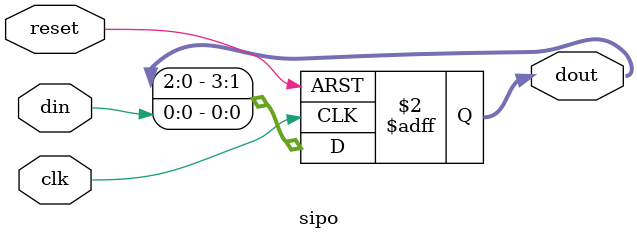
<source format=v>
module sipo (
    input clk,
    input reset,
    input din,
    output reg [3:0] dout
);

    always @(posedge clk or posedge reset) begin
        if (reset)
            dout <= 4'b0000;
        else
            dout <= {dout[2:0], din};
    end

endmodule

</source>
